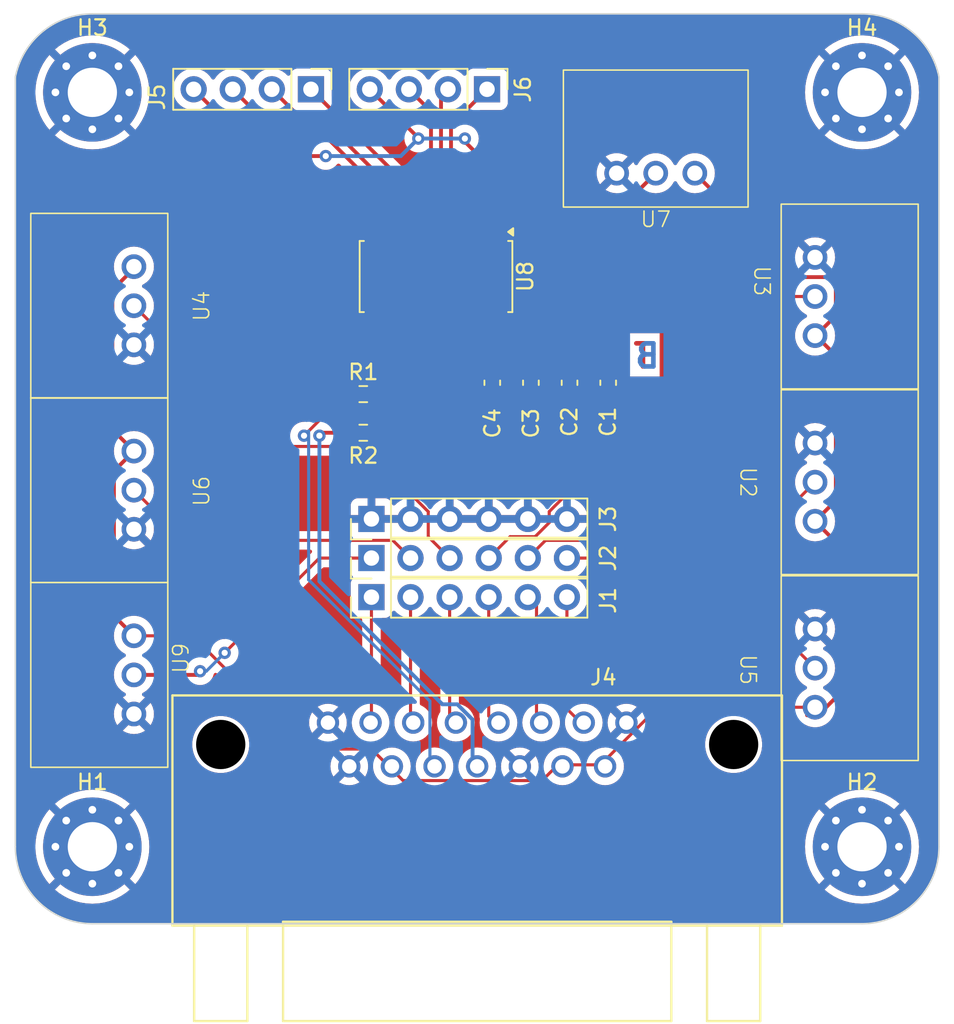
<source format=kicad_pcb>
(kicad_pcb (version 20240108) (generator "pcbnew") (generator_version "8.0")
  (layers (0 "F.Cu" signal) (31 "B.Cu" signal) (34 "B.Paste" user) (35 "F.Paste" user) (36 "B.SilkS" user "B.Silkscreen") (37 "F.SilkS" user "F.Silkscreen") (38 "B.Mask" user) (39 "F.Mask" user) (44 "Edge.Cuts" user))
  (net 0 "")
  (net 1 "GND")
  (net 2 "PWM_TIM1_CH1")
  (net 3 "I2C_SCL")
  (net 4 "+12V")
  (net 5 "I2C_SDA")
  (net 6 "Net-(U8-SCL)")
  (net 7 "Net-(U8-SDA)")
  (net 8 "LED1")
  (net 11 "LED2")
  (net 13 "LED4")
  (net 15 "LED5")
  (net 16 "LED3")
  (net 21 "LED0")
  (net 25 "+5V")
  (net 26 "PWM_TIM1_CH3")
  (net 27 "PWM_TIM2_CH1")
  (net 28 "PWM_TIM2_CH2")
  (net 29 "PWM_TIM1_CH2")
  (net 30 "PWM_TIM1_CH4")
  (net 31 "Net-(J2-Pin_2)")
  (net 32 "Net-(J2-Pin_4)")
  (net 33 "Net-(J2-Pin_3)")
  (net 34 "Net-(J2-Pin_5)")
  (net 35 "Net-(J2-Pin_1)")
  (net 36 "Net-(J2-Pin_6)")
  (footprint "libs:173010542" (layer "F.Cu") (at 121.95 104.26 -90)
    (property "Reference" "U3" (at -1.01 3.45 -90) (layer "F.SilkS") (effects (font (thickness 0.1))))
    (property "Value" "~")
    (fp_rect (start -6 -6.7) (end 6 2.2) (stroke (width 0.1)) (fill none) (layer "F.SilkS"))
    (pad "1" thru_hole circle (at -2.54 0 270) (size 1.6 1.6) (drill 1) (layers "*.Cu" "*.Mask") (net 1 "GND"))
    (pad "2" thru_hole circle (at 0 0 270) (size 1.6 1.6) (drill 1) (layers "*.Cu" "*.Mask") (net 32 "Net-(J2-Pin_4)"))
    (pad "3" thru_hole circle (at 2.54 0 270) (size 1.6 1.6) (drill 1) (layers "*.Cu" "*.Mask") (net 4 "+12V"))
  )
  (footprint "libs:CONN15_31321_WRE" (layer "F.Cu") (at 100 145 180)
    (property "Reference" "J4" (at -8.2 16 0) (layer "F.SilkS"))
    (property "Value" "Conn_01x15")
    (fp_line (start 19.7993 14.827) (end 19.7993 -0.127) (stroke (width 0.1524)) (layer "F.SilkS"))
    (fp_line (start 19.7993 -0.127) (end -19.7993 -0.127) (stroke (width 0.1524)) (layer "F.SilkS"))
    (fp_line (start 18.3872 -6.3246) (end 18.3872 -0.127) (stroke (width 0.1524)) (layer "F.SilkS"))
    (fp_line (start 14.9328 -0.127) (end 14.9328 -6.3246) (stroke (width 0.1524)) (layer "F.SilkS"))
    (fp_line (start 14.9328 -6.3246) (end 18.3872 -6.3246) (stroke (width 0.1524)) (layer "F.SilkS"))
    (fp_line (start 12.6111 0.127) (end 12.6111 -6.3246) (stroke (width 0.1524)) (layer "F.SilkS"))
    (fp_line (start 12.6111 -6.3246) (end -12.6111 -6.3246) (stroke (width 0.1524)) (layer "F.SilkS"))
    (fp_line (start -12.6111 0.127) (end 12.6111 0.127) (stroke (width 0.1524)) (layer "F.SilkS"))
    (fp_line (start -12.6111 -6.3246) (end -12.6111 0.127) (stroke (width 0.1524)) (layer "F.SilkS"))
    (fp_line (start -14.9328 -6.3246) (end -14.9328 -0.127) (stroke (width 0.1524)) (layer "F.SilkS"))
    (fp_line (start -18.3872 -0.127) (end -18.3872 -6.3246) (stroke (width 0.1524)) (layer "F.SilkS"))
    (fp_line (start -18.3872 -6.3246) (end -14.9328 -6.3246) (stroke (width 0.1524)) (layer "F.SilkS"))
    (fp_line (start -19.7993 14.827) (end 19.7993 14.827) (stroke (width 0.1524)) (layer "F.SilkS"))
    (fp_line (start -19.7993 -0.127) (end -19.7993 14.827) (stroke (width 0.1524)) (layer "F.SilkS"))
    (pad "" np_thru_hole circle (at -16.66 11.64 180) (size 3.2004 3.2004) (drill 3.2004) (layers))
    (pad "" np_thru_hole circle (at 16.66 11.64 180) (size 3.2004 3.2004) (drill 3.2004) (layers))
    (pad "1" thru_hole circle (at -9.694997 13.060007 180) (size 1.4478 1.4478) (drill 0.9398) (layers "*.Cu" "*.Mask") (net 1 "GND"))
    (pad "2" thru_hole circle (at -6.924998 13.060007 180) (size 1.4478 1.4478) (drill 0.9398) (layers "*.Cu" "*.Mask") (net 2 "PWM_TIM1_CH1"))
    (pad "3" thru_hole circle (at -4.154998 13.060007 180) (size 1.4478 1.4478) (drill 0.9398) (layers "*.Cu" "*.Mask") (net 29 "PWM_TIM1_CH2"))
    (pad "4" thru_hole circle (at -1.384998 13.060007 180) (size 1.4478 1.4478) (drill 0.9398) (layers "*.Cu" "*.Mask") (net 26 "PWM_TIM1_CH3"))
    (pad "5" thru_hole circle (at 1.385001 13.060007 180) (size 1.4478 1.4478) (drill 0.9398) (layers "*.Cu" "*.Mask") (net 30 "PWM_TIM1_CH4"))
    (pad "6" thru_hole circle (at 4.155001 13.060007 180) (size 1.4478 1.4478) (drill 0.9398) (layers "*.Cu" "*.Mask") (net 27 "PWM_TIM2_CH1"))
    (pad "7" thru_hole circle (at 6.925 13.060007 180) (size 1.4478 1.4478) (drill 0.9398) (layers "*.Cu" "*.Mask") (net 28 "PWM_TIM2_CH2"))
    (pad "8" thru_hole circle (at 9.695 13.060007 180) (size 1.4478 1.4478) (drill 0.9398) (layers "*.Cu" "*.Mask") (net 1 "GND"))
    (pad "9" thru_hole circle (at -8.309999 10.220008 180) (size 1.4478 1.4478) (drill 0.9398) (layers "*.Cu" "*.Mask") (net 4 "+12V"))
    (pad "10" thru_hole circle (at -5.539999 10.220008 180) (size 1.4478 1.4478) (drill 0.9398) (layers "*.Cu" "*.Mask") (net 4 "+12V"))
    (pad "11" thru_hole circle (at -2.77 10.220008 180) (size 1.4478 1.4478) (drill 0.9398) (layers "*.Cu" "*.Mask") (net 1 "GND"))
    (pad "12" thru_hole circle (at 0 10.220008 180) (size 1.4478 1.4478) (drill 0.9398) (layers "*.Cu" "*.Mask") (net 5 "I2C_SDA"))
    (pad "13" thru_hole circle (at 2.77 10.220008 180) (size 1.4478 1.4478) (drill 0.9398) (layers "*.Cu" "*.Mask") (net 3 "I2C_SCL"))
    (pad "14" thru_hole circle (at 5.539999 10.220008 180) (size 1.4478 1.4478) (drill 0.9398) (layers "*.Cu" "*.Mask") (net 4 "+12V"))
    (pad "15" thru_hole circle (at 8.309999 10.220008 180) (size 1.4478 1.4478) (drill 0.9398) (layers "*.Cu" "*.Mask") (net 1 "GND"))
  )
  (footprint "libs:173010542" (layer "F.Cu") (at 77.7 116.84 90)
    (property "Reference" "U6" (at -0.06 4.4 90) (layer "F.SilkS") (effects (font (thickness 0.1))))
    (property "Value" "~")
    (fp_rect (start -6 -6.7) (end 6 2.2) (stroke (width 0.1)) (fill none) (layer "F.SilkS"))
    (pad "1" thru_hole circle (at -2.54 0 90) (size 1.6 1.6) (drill 1) (layers "*.Cu" "*.Mask") (net 1 "GND"))
    (pad "2" thru_hole circle (at 0 0 90) (size 1.6 1.6) (drill 1) (layers "*.Cu" "*.Mask") (net 31 "Net-(J2-Pin_2)"))
    (pad "3" thru_hole circle (at 2.54 0 90) (size 1.6 1.6) (drill 1) (layers "*.Cu" "*.Mask") (net 4 "+12V"))
  )
  (footprint "Connector_PinHeader_2.54mm:PinHeader_1x04_P2.54mm_Vertical" (layer "F.Cu") (at 89.2 90.8 -90)
    (property "Reference" "J5" (at 0.5 10 90) (layer "F.SilkS"))
    (property "Value" "Conn_01x04")
    (fp_line (start -1.33 8.95) (end 1.33 8.95) (stroke (width 0.12)) (layer "F.SilkS"))
    (fp_line (start -1.33 1.27) (end -1.33 8.95) (stroke (width 0.12)) (layer "F.SilkS"))
    (fp_line (start -1.33 1.27) (end 1.33 1.27) (stroke (width 0.12)) (layer "F.SilkS"))
    (fp_line (start 1.33 1.27) (end 1.33 8.95) (stroke (width 0.12)) (layer "F.SilkS"))
    (fp_line (start -1.33 0) (end -1.33 -1.33) (stroke (width 0.12)) (layer "F.SilkS"))
    (fp_line (start -1.33 -1.33) (end 0 -1.33) (stroke (width 0.12)) (layer "F.SilkS"))
    (pad "1" thru_hole rect (at 0 0 270) (size 1.7 1.7) (drill 1) (layers "*.Cu" "*.Mask") (net 16 "LED3"))
    (pad "2" thru_hole oval (at 0 2.54 270) (size 1.7 1.7) (drill 1) (layers "*.Cu" "*.Mask") (net 13 "LED4"))
    (pad "3" thru_hole oval (at 0 5.08 270) (size 1.7 1.7) (drill 1) (layers "*.Cu" "*.Mask") (net 15 "LED5"))
    (pad "4" thru_hole oval (at 0 7.62 270) (size 1.7 1.7) (drill 1) (layers "*.Cu" "*.Mask") (net 25 "+5V"))
  )
  (footprint "MountingHole:MountingHole_3.2mm_M3_Pad_Via" (layer "F.Cu") (at 75 91)
    (property "Reference" "H3" (at 0 -4.2 0) (layer "F.SilkS"))
    (property "Value" "MountingHole_Pad")
    (pad "1" thru_hole circle (at -2.4 0) (size 0.8 0.8) (drill 0.5) (layers "*.Cu" "*.Mask") (net 1 "GND"))
    (pad "1" thru_hole circle (at -1.697056 -1.697056) (size 0.8 0.8) (drill 0.5) (layers "*.Cu" "*.Mask") (net 1 "GND"))
    (pad "1" thru_hole circle (at -1.697056 1.697056) (size 0.8 0.8) (drill 0.5) (layers "*.Cu" "*.Mask") (net 1 "GND"))
    (pad "1" thru_hole circle (at 0 -2.4) (size 0.8 0.8) (drill 0.5) (layers "*.Cu" "*.Mask") (net 1 "GND"))
    (pad "1" thru_hole circle (at 0 0) (size 6.4 6.4) (drill 3.2) (layers "*.Cu" "*.Mask") (net 1 "GND"))
    (pad "1" thru_hole circle (at 0 2.4) (size 0.8 0.8) (drill 0.5) (layers "*.Cu" "*.Mask") (net 1 "GND"))
    (pad "1" thru_hole circle (at 1.697056 -1.697056) (size 0.8 0.8) (drill 0.5) (layers "*.Cu" "*.Mask") (net 1 "GND"))
    (pad "1" thru_hole circle (at 1.697056 1.697056) (size 0.8 0.8) (drill 0.5) (layers "*.Cu" "*.Mask") (net 1 "GND"))
    (pad "1" thru_hole circle (at 2.4 0) (size 0.8 0.8) (drill 0.5) (layers "*.Cu" "*.Mask") (net 1 "GND"))
  )
  (footprint "libs:173010542" (layer "F.Cu") (at 77.7 128.84 90)
    (property "Reference" "U9" (at 1.09 3.05 90) (layer "F.SilkS") (effects (font (thickness 0.1))))
    (property "Value" "~")
    (fp_rect (start -6 -6.7) (end 6 2.2) (stroke (width 0.1)) (fill none) (layer "F.SilkS"))
    (pad "1" thru_hole circle (at -2.54 0 90) (size 1.6 1.6) (drill 1) (layers "*.Cu" "*.Mask") (net 1 "GND"))
    (pad "2" thru_hole circle (at 0 0 90) (size 1.6 1.6) (drill 1) (layers "*.Cu" "*.Mask") (net 35 "Net-(J2-Pin_1)"))
    (pad "3" thru_hole circle (at 2.54 0 90) (size 1.6 1.6) (drill 1) (layers "*.Cu" "*.Mask") (net 4 "+12V"))
  )
  (footprint "Resistor_SMD:R_0603_1608Metric_Pad0.98x0.95mm_HandSolder" (layer "F.Cu") (at 92.6 113.11)
    (property "Reference" "R2" (at 0 1.49 0) (layer "F.SilkS"))
    (property "Value" "115")
    (fp_line (start -0.254724 -0.5225) (end 0.254724 -0.5225) (stroke (width 0.12)) (layer "F.SilkS"))
    (fp_line (start -0.254724 0.5225) (end 0.254724 0.5225) (stroke (width 0.12)) (layer "F.SilkS"))
    (pad "1" smd roundrect (at -0.9125 0) (size 0.975 0.95) (layers "F.Cu" "F.Paste" "F.Mask") (net 5 "I2C_SDA"))
    (pad "2" smd roundrect (at 0.9125 0) (size 0.975 0.95) (layers "F.Cu" "F.Paste" "F.Mask") (net 7 "Net-(U8-SDA)"))
  )
  (footprint "Capacitor_SMD:C_0603_1608Metric_Pad1.08x0.95mm_HandSolder" (layer "F.Cu") (at 108.51 109.8625 -90)
    (property "Reference" "C1" (at 2.5375 0.02 90) (layer "F.SilkS"))
    (property "Value" "10u")
    (fp_line (start -0.146267 0.51) (end 0.146267 0.51) (stroke (width 0.12)) (layer "F.SilkS"))
    (fp_line (start -0.146267 -0.51) (end 0.146267 -0.51) (stroke (width 0.12)) (layer "F.SilkS"))
    (pad "1" smd roundrect (at -0.8625 0 270) (size 1.075 0.95) (layers "F.Cu" "F.Paste" "F.Mask") (net 25 "+5V"))
    (pad "2" smd roundrect (at 0.8625 0 270) (size 1.075 0.95) (layers "F.Cu" "F.Paste" "F.Mask") (net 1 "GND"))
  )
  (footprint "Connector_PinHeader_2.54mm:PinHeader_1x06_P2.54mm_Vertical" (layer "F.Cu") (at 93.13 121.25 90)
    (property "Reference" "J2" (at 0 15.37 270) (layer "F.SilkS"))
    (property "Value" "Conn_01x06")
    (fp_line (start -1.33 -1.33) (end 0 -1.33) (stroke (width 0.12)) (layer "F.SilkS"))
    (fp_line (start -1.33 0) (end -1.33 -1.33) (stroke (width 0.12)) (layer "F.SilkS"))
    (fp_line (start 1.33 1.27) (end 1.33 14.03) (stroke (width 0.12)) (layer "F.SilkS"))
    (fp_line (start -1.33 1.27) (end 1.33 1.27) (stroke (width 0.12)) (layer "F.SilkS"))
    (fp_line (start -1.33 1.27) (end -1.33 14.03) (stroke (width 0.12)) (layer "F.SilkS"))
    (fp_line (start -1.33 14.03) (end 1.33 14.03) (stroke (width 0.12)) (layer "F.SilkS"))
    (pad "1" thru_hole rect (at 0 0 90) (size 1.7 1.7) (drill 1) (layers "*.Cu" "*.Mask") (net 35 "Net-(J2-Pin_1)"))
    (pad "2" thru_hole oval (at 0 2.54 90) (size 1.7 1.7) (drill 1) (layers "*.Cu" "*.Mask") (net 31 "Net-(J2-Pin_2)"))
    (pad "3" thru_hole oval (at 0 5.08 90) (size 1.7 1.7) (drill 1) (layers "*.Cu" "*.Mask") (net 33 "Net-(J2-Pin_3)"))
    (pad "4" thru_hole oval (at 0 7.62 90) (size 1.7 1.7) (drill 1) (layers "*.Cu" "*.Mask") (net 32 "Net-(J2-Pin_4)"))
    (pad "5" thru_hole oval (at 0 10.16 90) (size 1.7 1.7) (drill 1) (layers "*.Cu" "*.Mask") (net 34 "Net-(J2-Pin_5)"))
    (pad "6" thru_hole oval (at 0 12.7 90) (size 1.7 1.7) (drill 1) (layers "*.Cu" "*.Mask") (net 36 "Net-(J2-Pin_6)"))
  )
  (footprint "Package_SO:TSSOP-28_4.4x9.7mm_P0.65mm" (layer "F.Cu") (at 97.325 102.9625 -90)
    (property "Reference" "U8" (at 0 -5.8 90) (layer "F.SilkS"))
    (property "Value" "PCA9685PW")
    (fp_line (start -2.31 4.96) (end -2.31 4.685) (stroke (width 0.12)) (layer "F.SilkS"))
    (fp_line (start 0 4.96) (end -2.31 4.96) (stroke (width 0.12)) (layer "F.SilkS"))
    (fp_line (start 0 4.96) (end 2.31 4.96) (stroke (width 0.12)) (layer "F.SilkS"))
    (fp_line (start 2.31 4.96) (end 2.31 4.685) (stroke (width 0.12)) (layer "F.SilkS"))
    (fp_line (start -2.31 -4.96) (end -2.31 -4.685) (stroke (width 0.12)) (layer "F.SilkS"))
    (fp_line (start 0 -4.96) (end -2.31 -4.96) (stroke (width 0.12)) (layer "F.SilkS"))
    (fp_line (start 0 -4.96) (end 2.31 -4.96) (stroke (width 0.12)) (layer "F.SilkS"))
    (fp_line (start 2.31 -4.96) (end 2.31 -4.685) (stroke (width 0.12)) (layer "F.SilkS"))
    (fp_poly (pts (xy -2.9 -4.685) (xy -3.14 -5.015) (xy -2.66 -5.015) (xy -2.9 -4.685)) (stroke (width 0.12)) (fill solid) (layer "F.SilkS"))
    (pad "1" smd roundrect (at -2.8625 -4.225 270) (size 1.475 0.4) (layers "F.Cu" "F.Paste" "F.Mask") (net 1 "GND"))
    (pad "2" smd roundrect (at -2.8625 -3.575 270) (size 1.475 0.4) (layers "F.Cu" "F.Paste" "F.Mask") (net 1 "GND"))
    (pad "3" smd roundrect (at -2.8625 -2.925 270) (size 1.475 0.4) (layers "F.Cu" "F.Paste" "F.Mask") (net 1 "GND"))
    (pad "4" smd roundrect (at -2.8625 -2.275 270) (size 1.475 0.4) (layers "F.Cu" "F.Paste" "F.Mask") (net 1 "GND"))
    (pad "5" smd roundrect (at -2.8625 -1.625 270) (size 1.475 0.4) (layers "F.Cu" "F.Paste" "F.Mask") (net 1 "GND"))
    (pad "6" smd roundrect (at -2.8625 -0.975 270) (size 1.475 0.4) (layers "F.Cu" "F.Paste" "F.Mask") (net 21 "LED0"))
    (pad "7" smd roundrect (at -2.8625 -0.325 270) (size 1.475 0.4) (layers "F.Cu" "F.Paste" "F.Mask") (net 8 "LED1"))
    (pad "8" smd roundrect (at -2.8625 0.325 270) (size 1.475 0.4) (layers "F.Cu" "F.Paste" "F.Mask") (net 11 "LED2"))
    (pad "9" smd roundrect (at -2.8625 0.975 270) (size 1.475 0.4) (layers "F.Cu" "F.Paste" "F.Mask") (net 16 "LED3"))
    (pad "10" smd roundrect (at -2.8625 1.625 270) (size 1.475 0.4) (layers "F.Cu" "F.Paste" "F.Mask") (net 13 "LED4"))
    (pad "11" smd roundrect (at -2.8625 2.275 270) (size 1.475 0.4) (layers "F.Cu" "F.Paste" "F.Mask") (net 15 "LED5"))
    (pad "12" smd roundrect (at -2.8625 2.925 270) (size 1.475 0.4) (layers "F.Cu" "F.Paste" "F.Mask"))
    (pad "13" smd roundrect (at -2.8625 3.575 270) (size 1.475 0.4) (layers "F.Cu" "F.Paste" "F.Mask"))
    (pad "14" smd roundrect (at -2.8625 4.225 270) (size 1.475 0.4) (layers "F.Cu" "F.Paste" "F.Mask") (net 1 "GND"))
    (pad "15" smd roundrect (at 2.8625 4.225 270) (size 1.475 0.4) (layers "F.Cu" "F.Paste" "F.Mask"))
    (pad "16" smd roundrect (at 2.8625 3.575 270) (size 1.475 0.4) (layers "F.Cu" "F.Paste" "F.Mask"))
    (pad "17" smd roundrect (at 2.8625 2.925 270) (size 1.475 0.4) (layers "F.Cu" "F.Paste" "F.Mask"))
    (pad "18" smd roundrect (at 2.8625 2.275 270) (size 1.475 0.4) (layers "F.Cu" "F.Paste" "F.Mask"))
    (pad "19" smd roundrect (at 2.8625 1.625 270) (size 1.475 0.4) (layers "F.Cu" "F.Paste" "F.Mask"))
    (pad "20" smd roundrect (at 2.8625 0.975 270) (size 1.475 0.4) (layers "F.Cu" "F.Paste" "F.Mask"))
    (pad "21" smd roundrect (at 2.8625 0.325 270) (size 1.475 0.4) (layers "F.Cu" "F.Paste" "F.Mask"))
    (pad "22" smd roundrect (at 2.8625 -0.325 270) (size 1.475 0.4) (layers "F.Cu" "F.Paste" "F.Mask"))
    (pad "23" smd roundrect (at 2.8625 -0.975 270) (size 1.475 0.4) (layers "F.Cu" "F.Paste" "F.Mask"))
    (pad "24" smd roundrect (at 2.8625 -1.625 270) (size 1.475 0.4) (layers "F.Cu" "F.Paste" "F.Mask") (net 1 "GND"))
    (pad "25" smd roundrect (at 2.8625 -2.275 270) (size 1.475 0.4) (layers "F.Cu" "F.Paste" "F.Mask"))
    (pad "26" smd roundrect (at 2.8625 -2.925 270) (size 1.475 0.4) (layers "F.Cu" "F.Paste" "F.Mask") (net 6 "Net-(U8-SCL)"))
    (pad "27" smd roundrect (at 2.8625 -3.575 270) (size 1.475 0.4) (layers "F.Cu" "F.Paste" "F.Mask") (net 7 "Net-(U8-SDA)"))
    (pad "28" smd roundrect (at 2.8625 -4.225 270) (size 1.475 0.4) (layers "F.Cu" "F.Paste" "F.Mask") (net 25 "+5V"))
  )
  (footprint "MountingHole:MountingHole_3.2mm_M3_Pad_Via" (layer "F.Cu") (at 125 140)
    (property "Reference" "H2" (at 0 -4.2 0) (layer "F.SilkS"))
    (property "Value" "MountingHole_Pad")
    (pad "1" thru_hole circle (at -2.4 0) (size 0.8 0.8) (drill 0.5) (layers "*.Cu" "*.Mask") (net 1 "GND"))
    (pad "1" thru_hole circle (at -1.697056 -1.697056) (size 0.8 0.8) (drill 0.5) (layers "*.Cu" "*.Mask") (net 1 "GND"))
    (pad "1" thru_hole circle (at -1.697056 1.697056) (size 0.8 0.8) (drill 0.5) (layers "*.Cu" "*.Mask") (net 1 "GND"))
    (pad "1" thru_hole circle (at 0 -2.4) (size 0.8 0.8) (drill 0.5) (layers "*.Cu" "*.Mask") (net 1 "GND"))
    (pad "1" thru_hole circle (at 0 0) (size 6.4 6.4) (drill 3.2) (layers "*.Cu" "*.Mask") (net 1 "GND"))
    (pad "1" thru_hole circle (at 0 2.4) (size 0.8 0.8) (drill 0.5) (layers "*.Cu" "*.Mask") (net 1 "GND"))
    (pad "1" thru_hole circle (at 1.697056 -1.697056) (size 0.8 0.8) (drill 0.5) (layers "*.Cu" "*.Mask") (net 1 "GND"))
    (pad "1" thru_hole circle (at 1.697056 1.697056) (size 0.8 0.8) (drill 0.5) (layers "*.Cu" "*.Mask") (net 1 "GND"))
    (pad "1" thru_hole circle (at 2.4 0) (size 0.8 0.8) (drill 0.5) (layers "*.Cu" "*.Mask") (net 1 "GND"))
  )
  (footprint "libs:173010542" (layer "F.Cu") (at 121.95 128.4 -90)
    (property "Reference" "U5" (at 0.1 4.35 -90) (layer "F.SilkS") (effects (font (thickness 0.1))))
    (property "Value" "~")
    (fp_rect (start -6 -6.7) (end 6 2.2) (stroke (width 0.1)) (fill none) (layer "F.SilkS"))
    (pad "1" thru_hole circle (at -2.54 0 270) (size 1.6 1.6) (drill 1) (layers "*.Cu" "*.Mask") (net 1 "GND"))
    (pad "2" thru_hole circle (at 0 0 270) (size 1.6 1.6) (drill 1) (layers "*.Cu" "*.Mask") (net 36 "Net-(J2-Pin_6)"))
    (pad "3" thru_hole circle (at 2.54 0 270) (size 1.6 1.6) (drill 1) (layers "*.Cu" "*.Mask") (net 4 "+12V"))
  )
  (footprint "MountingHole:MountingHole_3.2mm_M3_Pad_Via" (layer "F.Cu") (at 75 140)
    (property "Reference" "H1" (at 0 -4.2 0) (layer "F.SilkS"))
    (property "Value" "MountingHole_Pad")
    (pad "1" thru_hole circle (at -2.4 0) (size 0.8 0.8) (drill 0.5) (layers "*.Cu" "*.Mask") (net 1 "GND"))
    (pad "1" thru_hole circle (at -1.697056 -1.697056) (size 0.8 0.8) (drill 0.5) (layers "*.Cu" "*.Mask") (net 1 "GND"))
    (pad "1" thru_hole circle (at -1.697056 1.697056) (size 0.8 0.8) (drill 0.5) (layers "*.Cu" "*.Mask") (net 1 "GND"))
    (pad "1" thru_hole circle (at 0 -2.4) (size 0.8 0.8) (drill 0.5) (layers "*.Cu" "*.Mask") (net 1 "GND"))
    (pad "1" thru_hole circle (at 0 0) (size 6.4 6.4) (drill 3.2) (layers "*.Cu" "*.Mask") (net 1 "GND"))
    (pad "1" thru_hole circle (at 0 2.4) (size 0.8 0.8) (drill 0.5) (layers "*.Cu" "*.Mask") (net 1 "GND"))
    (pad "1" thru_hole circle (at 1.697056 -1.697056) (size 0.8 0.8) (drill 0.5) (layers "*.Cu" "*.Mask") (net 1 "GND"))
    (pad "1" thru_hole circle (at 1.697056 1.697056) (size 0.8 0.8) (drill 0.5) (layers "*.Cu" "*.Mask") (net 1 "GND"))
    (pad "1" thru_hole circle (at 2.4 0) (size 0.8 0.8) (drill 0.5) (layers "*.Cu" "*.Mask") (net 1 "GND"))
  )
  (footprint "MountingHole:MountingHole_3.2mm_M3_Pad_Via" (layer "F.Cu") (at 125 91)
    (property "Reference" "H4" (at 0 -4.2 0) (layer "F.SilkS"))
    (property "Value" "MountingHole_Pad")
    (pad "1" thru_hole circle (at -2.4 0) (size 0.8 0.8) (drill 0.5) (layers "*.Cu" "*.Mask") (net 1 "GND"))
    (pad "1" thru_hole circle (at -1.697056 -1.697056) (size 0.8 0.8) (drill 0.5) (layers "*.Cu" "*.Mask") (net 1 "GND"))
    (pad "1" thru_hole circle (at -1.697056 1.697056) (size 0.8 0.8) (drill 0.5) (layers "*.Cu" "*.Mask") (net 1 "GND"))
    (pad "1" thru_hole circle (at 0 -2.4) (size 0.8 0.8) (drill 0.5) (layers "*.Cu" "*.Mask") (net 1 "GND"))
    (pad "1" thru_hole circle (at 0 0) (size 6.4 6.4) (drill 3.2) (layers "*.Cu" "*.Mask") (net 1 "GND"))
    (pad "1" thru_hole circle (at 0 2.4) (size 0.8 0.8) (drill 0.5) (layers "*.Cu" "*.Mask") (net 1 "GND"))
    (pad "1" thru_hole circle (at 1.697056 -1.697056) (size 0.8 0.8) (drill 0.5) (layers "*.Cu" "*.Mask") (net 1 "GND"))
    (pad "1" thru_hole circle (at 1.697056 1.697056) (size 0.8 0.8) (drill 0.5) (layers "*.Cu" "*.Mask") (net 1 "GND"))
    (pad "1" thru_hole circle (at 2.4 0) (size 0.8 0.8) (drill 0.5) (layers "*.Cu" "*.Mask") (net 1 "GND"))
  )
  (footprint "Capacitor_SMD:C_0603_1608Metric_Pad1.08x0.95mm_HandSolder" (layer "F.Cu") (at 103.49 109.8625 -90)
    (property "Reference" "C3" (at 2.6375 0 90) (layer "F.SilkS"))
    (property "Value" "100n")
    (fp_line (start -0.146267 0.51) (end 0.146267 0.51) (stroke (width 0.12)) (layer "F.SilkS"))
    (fp_line (start -0.146267 -0.51) (end 0.146267 -0.51) (stroke (width 0.12)) (layer "F.SilkS"))
    (pad "1" smd roundrect (at -0.8625 0 270) (size 1.075 0.95) (layers "F.Cu" "F.Paste" "F.Mask") (net 25 "+5V"))
    (pad "2" smd roundrect (at 0.8625 0 270) (size 1.075 0.95) (layers "F.Cu" "F.Paste" "F.Mask") (net 1 "GND"))
  )
  (footprint "Capacitor_SMD:C_0603_1608Metric_Pad1.08x0.95mm_HandSolder" (layer "F.Cu") (at 100.98 109.8625 -90)
    (property "Reference" "C4" (at 2.6375 -0.01 90) (layer "F.SilkS"))
    (property "Value" "10u")
    (fp_line (start -0.146267 0.51) (end 0.146267 0.51) (stroke (width 0.12)) (layer "F.SilkS"))
    (fp_line (start -0.146267 -0.51) (end 0.146267 -0.51) (stroke (width 0.12)) (layer "F.SilkS"))
    (pad "1" smd roundrect (at -0.8625 0 270) (size 1.075 0.95) (layers "F.Cu" "F.Paste" "F.Mask") (net 25 "+5V"))
    (pad "2" smd roundrect (at 0.8625 0 270) (size 1.075 0.95) (layers "F.Cu" "F.Paste" "F.Mask") (net 1 "GND"))
  )
  (footprint "Capacitor_SMD:C_0603_1608Metric_Pad1.08x0.95mm_HandSolder" (layer "F.Cu") (at 106 109.8625 -90)
    (property "Reference" "C2" (at 2.5375 0.01 90) (layer "F.SilkS"))
    (property "Value" "100n")
    (fp_line (start -0.146267 0.51) (end 0.146267 0.51) (stroke (width 0.12)) (layer "F.SilkS"))
    (fp_line (start -0.146267 -0.51) (end 0.146267 -0.51) (stroke (width 0.12)) (layer "F.SilkS"))
    (pad "1" smd roundrect (at -0.8625 0 270) (size 1.075 0.95) (layers "F.Cu" "F.Paste" "F.Mask") (net 25 "+5V"))
    (pad "2" smd roundrect (at 0.8625 0 270) (size 1.075 0.95) (layers "F.Cu" "F.Paste" "F.Mask") (net 1 "GND"))
  )
  (footprint "libs:173010542" (layer "F.Cu") (at 111.6 96.25)
    (property "Reference" "U7" (at 0 3 0) (layer "F.SilkS") (effects (font (thickness 0.1))))
    (property "Value" "~" (hide yes))
    (fp_rect (start -6 -6.7) (end 6 2.2) (stroke (width 0.1)) (fill none) (layer "F.SilkS"))
    (pad "1" thru_hole circle (at -2.54 0) (size 1.6 1.6) (drill 1) (layers "*.Cu" "*.Mask") (net 1 "GND"))
    (pad "2" thru_hole circle (at 0 0) (size 1.6 1.6) (drill 1) (layers "*.Cu" "*.Mask") (net 25 "+5V"))
    (pad "3" thru_hole circle (at 2.54 0) (size 1.6 1.6) (drill 1) (layers "*.Cu" "*.Mask") (net 4 "+12V"))
  )
  (footprint "libs:173010542" (layer "F.Cu") (at 77.7 104.86 90)
    (property "Reference" "U4" (at -0.02 4.4 90) (layer "F.SilkS") (effects (font (thickness 0.1))))
    (property "Value" "~")
    (fp_rect (start -6 -6.7) (end 6 2.2) (stroke (width 0.1)) (fill none) (layer "F.SilkS"))
    (pad "1" thru_hole circle (at -2.54 0 90) (size 1.6 1.6) (drill 1) (layers "*.Cu" "*.Mask") (net 1 "GND"))
    (pad "2" thru_hole circle (at 0 0 90) (size 1.6 1.6) (drill 1) (layers "*.Cu" "*.Mask") (net 33 "Net-(J2-Pin_3)"))
    (pad "3" thru_hole circle (at 2.54 0 90) (size 1.6 1.6) (drill 1) (layers "*.Cu" "*.Mask") (net 4 "+12V"))
  )
  (footprint "Resistor_SMD:R_0603_1608Metric_Pad0.98x0.95mm_HandSolder" (layer "F.Cu") (at 92.6 110.6)
    (property "Reference" "R1" (at 0 -1.43 0) (layer "F.SilkS"))
    (property "Value" "115")
    (fp_line (start -0.254724 -0.5225) (end 0.254724 -0.5225) (stroke (width 0.12)) (layer "F.SilkS"))
    (fp_line (start -0.254724 0.5225) (end 0.254724 0.5225) (stroke (width 0.12)) (layer "F.SilkS"))
    (pad "1" smd roundrect (at -0.9125 0) (size 0.975 0.95) (layers "F.Cu" "F.Paste" "F.Mask") (net 3 "I2C_SCL"))
    (pad "2" smd roundrect (at 0.9125 0) (size 0.975 0.95) (layers "F.Cu" "F.Paste" "F.Mask") (net 6 "Net-(U8-SCL)"))
  )
  (footprint "Connector_PinHeader_2.54mm:PinHeader_1x04_P2.54mm_Vertical" (layer "F.Cu") (at 100.64 90.8 -90)
    (property "Reference" "J6" (at 0 -2.33 90) (layer "F.SilkS"))
    (property "Value" "Conn_01x04")
    (fp_line (start -1.33 8.95) (end 1.33 8.95) (stroke (width 0.12)) (layer "F.SilkS"))
    (fp_line (start -1.33 1.27) (end -1.33 8.95) (stroke (width 0.12)) (layer "F.SilkS"))
    (fp_line (start -1.33 1.27) (end 1.33 1.27) (stroke (width 0.12)) (layer "F.SilkS"))
    (fp_line (start 1.33 1.27) (end 1.33 8.95) (stroke (width 0.12)) (layer "F.SilkS"))
    (fp_line (start -1.33 0) (end -1.33 -1.33) (stroke (width 0.12)) (layer "F.SilkS"))
    (fp_line (start -1.33 -1.33) (end 0 -1.33) (stroke (width 0.12)) (layer "F.SilkS"))
    (pad "1" thru_hole rect (at 0 0 270) (size 1.7 1.7) (drill 1) (layers "*.Cu" "*.Mask") (net 21 "LED0"))
    (pad "2" thru_hole oval (at 0 2.54 270) (size 1.7 1.7) (drill 1) (layers "*.Cu" "*.Mask") (net 8 "LED1"))
    (pad "3" thru_hole oval (at 0 5.08 270) (size 1.7 1.7) (drill 1) (layers "*.Cu" "*.Mask") (net 11 "LED2"))
    (pad "4" thru_hole oval (at 0 7.62 270) (size 1.7 1.7) (drill 1) (layers "*.Cu" "*.Mask") (net 25 "+5V"))
  )
  (footprint "libs:173010542" (layer "F.Cu") (at 121.95 116.32 -90)
    (property "Reference" "U2" (at 0 4.35 -90) (layer "F.SilkS") (effects (font (thickness 0.1))))
    (property "Value" "~")
    (fp_rect (start -6 -6.7) (end 6 2.2) (stroke (width 0.1)) (fill none) (layer "F.SilkS"))
    (pad "1" thru_hole circle (at -2.54 0 270) (size 1.6 1.6) (drill 1) (layers "*.Cu" "*.Mask") (net 1 "GND"))
    (pad "2" thru_hole circle (at 0 0 270) (size 1.6 1.6) (drill 1) (layers "*.Cu" "*.Mask") (net 34 "Net-(J2-Pin_5)"))
    (pad "3" thru_hole circle (at 2.54 0 270) (size 1.6 1.6) (drill 1) (layers "*.Cu" "*.Mask") (net 4 "+12V"))
  )
  (footprint "Connector_PinHeader_2.54mm:PinHeader_1x06_P2.54mm_Vertical" (layer "F.Cu") (at 93.13 118.71 90)
    (property "Reference" "J3" (at 0 15.37 270) (layer "F.SilkS"))
    (property "Value" "Conn_01x06")
    (fp_line (start -1.33 -1.33) (end 0 -1.33) (stroke (width 0.12)) (layer "F.SilkS"))
    (fp_line (start -1.33 0) (end -1.33 -1.33) (stroke (width 0.12)) (layer "F.SilkS"))
    (fp_line (start 1.33 1.27) (end 1.33 14.03) (stroke (width 0.12)) (layer "F.SilkS"))
    (fp_line (start -1.33 1.27) (end 1.33 1.27) (stroke (width 0.12)) (layer "F.SilkS"))
    (fp_line (start -1.33 1.27) (end -1.33 14.03) (stroke (width 0.12)) (layer "F.SilkS"))
    (fp_line (start -1.33 14.03) (end 1.33 14.03) (stroke (width 0.12)) (layer "F.SilkS"))
    (pad "1" thru_hole rect (at 0 0 90) (size 1.7 1.7) (drill 1) (layers "*.Cu" "*.Mask") (net 1 "GND"))
    (pad "2" thru_hole oval (at 0 2.54 90) (size 1.7 1.7) (drill 1) (layers "*.Cu" "*.Mask") (net 1 "GND"))
    (pad "3" thru_hole oval (at 0 5.08 90) (size 1.7 1.7) (drill 1) (layers "*.Cu" "*.Mask") (net 1 "GND"))
    (pad "4" thru_hole oval (at 0 7.62 90) (size 1.7 1.7) (drill 1) (layers "*.Cu" "*.Mask") (net 1 "GND"))
    (pad "5" thru_hole oval (at 0 10.16 90) (size 1.7 1.7) (drill 1) (layers "*.Cu" "*.Mask") (net 1 "GND"))
    (pad "6" thru_hole oval (at 0 12.7 90) (size 1.7 1.7) (drill 1) (layers "*.Cu" "*.Mask") (net 1 "GND"))
  )
  (footprint "Connector_PinHeader_2.54mm:PinHeader_1x06_P2.54mm_Vertical" (layer "F.Cu") (at 93.13 123.79 90)
    (property "Reference" "J1" (at -0.21 15.37 270) (layer "F.SilkS"))
    (property "Value" "Conn_01x06")
    (fp_line (start -1.33 -1.33) (end 0 -1.33) (stroke (width 0.12)) (layer "F.SilkS"))
    (fp_line (start -1.33 0) (end -1.33 -1.33) (stroke (width 0.12)) (layer "F.SilkS"))
    (fp_line (start 1.33 1.27) (end 1.33 14.03) (stroke (width 0.12)) (layer "F.SilkS"))
    (fp_line (start -1.33 1.27) (end 1.33 1.27) (stroke (width 0.12)) (layer "F.SilkS"))
    (fp_line (start -1.33 1.27) (end -1.33 14.03) (stroke (width 0.12)) (layer "F.SilkS"))
    (fp_line (start -1.33 14.03) (end 1.33 14.03) (stroke (width 0.12)) (layer "F.SilkS"))
    (pad "1" thru_hole rect (at 0 0 90) (size 1.7 1.7) (drill 1) (layers "*.Cu" "*.Mask") (net 28 "PWM_TIM2_CH2"))
    (pad "2" thru_hole oval (at 0 2.54 90) (size 1.7 1.7) (drill 1) (layers "*.Cu" "*.Mask") (net 27 "PWM_TIM2_CH1"))
    (pad "3" thru_hole oval (at 0 5.08 90) (size 1.7 1.7) (drill 1) (layers "*.Cu" "*.Mask") (net 30 "PWM_TIM1_CH4"))
    (pad "4" thru_hole oval (at 0 7.62 90) (size 1.7 1.7) (drill 1) (layers "*.Cu" "*.Mask") (net 26 "PWM_TIM1_CH3"))
    (pad "5" thru_hole oval (at 0 10.16 90) (size 1.7 1.7) (drill 1) (layers "*.Cu" "*.Mask") (net 29 "PWM_TIM1_CH2"))
    (pad "6" thru_hole oval (at 0 12.7 90) (size 1.7 1.7) (drill 1) (layers "*.Cu" "*.Mask") (net 2 "PWM_TIM1_CH1"))
  )
  (gr_arc (start 75 145) (mid 71.464466 143.535534) (end 70 140) (stroke (width 0.1)) (layer "Edge.Cuts"))
  (gr_arc (start 70.000001 90) (mid 71.767279 87.056714) (end 75 85.900981) (stroke (width 0.1)) (layer "Edge.Cuts"))
  (gr_line (start 130 90) (end 130 140) (stroke (width 0.1)) (layer "Edge.Cuts"))
  (gr_line (start 125 85.900981) (end 75 85.900981) (stroke (width 0.1)) (layer "Edge.Cuts"))
  (gr_arc (start 130 140) (mid 128.535534 143.535534) (end 125 145) (stroke (width 0.1)) (layer "Edge.Cuts"))
  (gr_arc (start 125 85.900981) (mid 128.232721 87.056714) (end 129.999999 90) (stroke (width 0.1)) (layer "Edge.Cuts"))
  (gr_line (start 70 90) (end 70 140) (stroke (width 0.1)) (layer "Edge.Cuts"))
  (gr_line (start 125 145) (end 75 145) (stroke (width 0.1)) (layer "Edge.Cuts"))
  (gr_text "T\n" (at 110 109 0) (layer "F.Cu") (effects (font (size 1.5 1.5) (thickness 0.3) (bold yes)) (justify left bottom)))
  (gr_text "Fernandes \n Vincent\n" (at 105 105 0) (layer "F.Cu") (effects (font (size 1.5 1.5) (thickness 0.3) (bold yes)) (justify left bottom)))
  (gr_text "B" (at 112 109 0) (layer "B.Cu") (effects (font (size 1.5 1.5) (thickness 0.3) (bold yes)) (justify left bottom mirror)))
  (segment (start 105.83 123.79) (end 105.83 131.044995) (width 0.2) (layer "F.Cu") (net 2))
  (segment (start 105.83 131.044995) (end 106.624998 131.839993) (width 0.2) (layer "F.Cu") (net 2))
  (segment (start 91.449997 110.6) (end 88.749997 113.3) (width 0.2) (layer "F.Cu") (net 3))
  (segment (start 91.6875 110.6) (end 91.449997 110.6) (width 0.2) (layer "F.Cu") (net 3))
  (via (at 88.749997 113.3) (size 0.8) (drill 0.4) (layers "F.Cu" "B.Cu") (net 3))
  (segment (start 96.93 130.541041) (end 96.93 134.679992) (width 0.2) (layer "B.Cu") (net 3))
  (segment (start 89.05 122.661041) (end 96.93 130.541041) (width 0.2) (layer "B.Cu") (net 3))
  (segment (start 89.05 112.999997) (end 89.05 122.661041) (width 0.2) (layer "B.Cu") (net 3))
  (segment (start 88.749997 113.3) (end 89.05 112.999997) (width 0.2) (layer "B.Cu") (net 3))
  (segment (start 125 128.61) (end 125 121.91) (width 0.25) (layer "F.Cu") (net 4))
  (segment (start 104.216099 135.703892) (end 95.183901 135.703892) (width 0.2) (layer "F.Cu") (net 4))
  (segment (start 123.3 117.51) (end 123.3 108.1) (width 0.25) (layer "F.Cu") (net 4))
  (segment (start 123.299312 105.500688) (end 122 106.8) (width 0.25) (layer "F.Cu") (net 4))
  (segment (start 121.95 118.86) (end 123.3 117.51) (width 0.25) (layer "F.Cu") (net 4))
  (segment (start 77.8 102.34) (end 76.3 103.84) (width 0.25) (layer "F.Cu") (net 4))
  (segment (start 93.136101 133.656092) (end 88.856092 133.656092) (width 0.2) (layer "F.Cu") (net 4))
  (segment (start 122.67 130.94) (end 125 128.61) (width 0.25) (layer "F.Cu") (net 4))
  (segment (start 122.776819 103) (end 123.299312 103.522493) (width 0.25) (layer "F.Cu") (net 4))
  (segment (start 123.3 108.1) (end 122 106.8) (width 0.25) (layer "F.Cu") (net 4))
  (segment (start 121.43 131.46) (end 121.95 130.94) (width 0.25) (layer "F.Cu") (net 4))
  (segment (start 114.14 96.25) (end 120.89 103) (width 0.25) (layer "F.Cu") (net 4))
  (segment (start 76.4 125) (end 77.7 126.3) (width 0.25) (layer "F.Cu") (net 4))
  (segment (start 125 121.91) (end 121.95 118.86) (width 0.25) (layer "F.Cu") (net 4))
  (segment (start 111.749991 130.94) (end 121.95 130.94) (width 0.2) (layer "F.Cu") (net 4))
  (segment (start 120.89 103) (end 122.776819 103) (width 0.25) (layer "F.Cu") (net 4))
  (segment (start 76.4 115.6) (end 76.4 125) (width 0.25) (layer "F.Cu") (net 4))
  (segment (start 81.5 126.3) (end 77.7 126.3) (width 0.2) (layer "F.Cu") (net 4))
  (segment (start 77.7 114.3) (end 76.4 115.6) (width 0.25) (layer "F.Cu") (net 4))
  (segment (start 108.009999 134.679992) (end 105.239999 134.679992) (width 0.2) (layer "F.Cu") (net 4))
  (segment (start 105.239999 134.679992) (end 104.216099 135.703892) (width 0.2) (layer "F.Cu") (net 4))
  (segment (start 94.160001 134.679992) (end 93.136101 133.656092) (width 0.2) (layer "F.Cu") (net 4))
  (segment (start 76.3 103.84) (end 76.3 112.9) (width 0.25) (layer "F.Cu") (net 4))
  (segment (start 88.856092 133.656092) (end 81.5 126.3) (width 0.2) (layer "F.Cu") (net 4))
  (segment (start 95.183901 135.703892) (end 94.160001 134.679992) (width 0.2) (layer "F.Cu") (net 4))
  (segment (start 76.3 112.9) (end 77.7 114.3) (width 0.25) (layer "F.Cu") (net 4))
  (segment (start 108.009999 134.679992) (end 111.749991 130.94) (width 0.2) (layer "F.Cu") (net 4))
  (segment (start 121.95 130.94) (end 122.67 130.94) (width 0.25) (layer "F.Cu") (net 4))
  (segment (start 123.299312 103.522493) (end 123.299312 105.500688) (width 0.25) (layer "F.Cu") (net 4))
  (segment (start 89.94 113.11) (end 89.75 113.3) (width 0.25) (layer "F.Cu") (net 5))
  (segment (start 91.6875 113.11) (end 89.94 113.11) (width 0.25) (layer "F.Cu") (net 5))
  (segment (start 91.5975 113.2) (end 91.6875 113.11) (width 0.25) (layer "F.Cu") (net 5))
  (via (at 89.75 113.3) (size 0.8) (drill 0.4) (layers "F.Cu" "B.Cu") (net 5))
  (segment (start 97.74 130.75) (end 98.708375 130.75) (width 0.25) (layer "B.Cu") (net 5))
  (segment (start 99.7 131.741625) (end 99.7 134.679992) (width 0.25) (layer "B.Cu") (net 5))
  (segment (start 98.708375 130.75) (end 99.7 131.741625) (width 0.25) (layer "B.Cu") (net 5))
  (segment (start 89.75 122.76) (end 97.74 130.75) (width 0.25) (layer "B.Cu") (net 5))
  (segment (start 89.75 113.3) (end 89.75 122.76) (width 0.25) (layer "B.Cu") (net 5))
  (segment (start 100.25 106.95) (end 96.6 110.6) (width 0.25) (layer "F.Cu") (net 6))
  (segment (start 96.6 110.6) (end 93.5125 110.6) (width 0.25) (layer "F.Cu") (net 6))
  (segment (start 100.25 105.825) (end 100.25 106.95) (width 0.25) (layer "F.Cu") (net 6))
  (segment (start 95.09 113.11) (end 100.9 107.3) (width 0.25) (layer "F.Cu") (net 7))
  (segment (start 100.9 107.3) (end 100.9 105.825) (width 0.25) (layer "F.Cu") (net 7))
  (segment (start 93.5125 113.11) (end 95.09 113.11) (width 0.25) (layer "F.Cu") (net 7))
  (segment (start 98.1 90.8) (end 97.65 91.25) (width 0.25) (layer "F.Cu") (net 8))
  (segment (start 97.65 91.25) (end 97.65 100.1) (width 0.25) (layer "F.Cu") (net 8))
  (segment (start 95.56 90.8) (end 97 92.24) (width 0.25) (layer "F.Cu") (net 11))
  (segment (start 97 92.24) (end 97 100.1) (width 0.25) (layer "F.Cu") (net 11))
  (segment (start 95.7 98.484344) (end 95.7 99.008688) (width 0.25) (layer "F.Cu") (net 13))
  (segment (start 88.76 92.9) (end 90.115656 92.9) (width 0.25) (layer "F.Cu") (net 13))
  (segment (start 86.66 90.8) (end 88.76 92.9) (width 0.25) (layer "F.Cu") (net 13))
  (segment (start 90.115656 92.9) (end 95.7 98.484344) (width 0.25) (layer "F.Cu") (net 13))
  (segment (start 95.7 99.008688) (end 95.7 100.1) (width 0.25) (layer "F.Cu") (net 13))
  (segment (start 84.12 90.8) (end 86.97 93.65) (width 0.25) (layer "F.Cu") (net 15))
  (segment (start 86.97 93.65) (end 89.95 93.65) (width 0.25) (layer "F.Cu") (net 15))
  (segment (start 89.95 93.65) (end 95.05 98.75) (width 0.25) (layer "F.Cu") (net 15))
  (segment (start 95.05 98.75) (end 95.05 100.1) (width 0.25) (layer "F.Cu") (net 15))
  (segment (start 89.2 90.8) (end 96.35 97.95) (width 0.25) (layer "F.Cu") (net 16))
  (segment (start 96.35 97.95) (end 96.35 100.1) (width 0.25) (layer "F.Cu") (net 16))
  (segment (start 98.3 93.14) (end 98.3 100.1) (width 0.25) (layer "F.Cu") (net 21))
  (segment (start 100.64 90.8) (end 98.3 93.14) (width 0.25) (layer "F.Cu") (net 21))
  (segment (start 106 109) (end 103.49 109) (width 0.2) (layer "F.Cu") (net 25))
  (segment (start 99.2 94.2) (end 104 99) (width 0.25) (layer "F.Cu") (net 25))
  (segment (start 99.2 94) (end 99.2 94.2) (width 0.25) (layer "F.Cu") (net 25))
  (segment (start 85.917653 95.137653) (end 90.162347 95.137653) (width 0.25) (layer "F.Cu") (net 25))
  (segment (start 104 99) (end 104 103.85) (width 0.25) (layer "F.Cu") (net 25))
  (segment (start 81.58 90.8) (end 85.917653 95.137653) (width 0.25) (layer "F.Cu") (net 25))
  (segment (start 101.55 105.825) (end 101.55 107.06) (width 0.25) (layer "F.Cu") (net 25))
  (segment (start 104 103.85) (end 102.025 105.825) (width 0.25) (layer "F.Cu") (net 25))
  (segment (start 96.175 93.955) (end 93.02 90.8) (width 0.25) (layer "F.Cu") (net 25))
  (segment (start 96.175 94) (end 96.175 93.955) (width 0.25) (layer "F.Cu") (net 25))
  (segment (start 108.51 109) (end 106 109) (width 0.2) (layer "F.Cu") (net 25))
  (segment (start 108.85 99) (end 104 99) (width 0.25) (layer "F.Cu") (net 25))
  (segment (start 101.55 107.06) (end 103.49 109) (width 0.25) (layer "F.Cu") (net 25))
  (segment (start 111.6 96.25) (end 108.85 99) (width 0.25) (layer "F.Cu") (net 25))
  (segment (start 102.025 105.825) (end 101.55 105.825) (width 0.25) (layer "F.Cu") (net 25))
  (segment (start 103.49 109) (end 100.98 109) (width 0.2) (layer "F.Cu") (net 25))
  (via (at 96.175 94) (size 0.8) (drill 0.4) (layers "F.Cu" "B.Cu") (net 25))
  (via (at 99.2 94) (size 0.8) (drill 0.4) (layers "F.Cu" "B.Cu") (net 25))
  (via (at 90.162347 95.137653) (size 0.8) (drill 0.4) (layers "F.Cu" "B.Cu") (net 25))
  (segment (start 95.037347 95.137653) (end 90.162347 95.137653) (width 0.25) (layer "B.Cu") (net 25))
  (segment (start 96.175 94) (end 99.2 94) (width 0.25) (layer "B.Cu") (net 25))
  (segment (start 96.175 94) (end 95.037347 95.137653) (width 0.25) (layer "B.Cu") (net 25))
  (segment (start 100.75 123.79) (end 100.75 131.504995) (width 0.2) (layer "F.Cu") (net 26))
  (segment (start 100.75 131.504995) (end 101.084998 131.839993) (width 0.2) (layer "F.Cu") (net 26))
  (segment (start 95.67 131.714992) (end 95.544999 131.839993) (width 0.2) (layer "F.Cu") (net 27))
  (segment (start 95.67 123.79) (end 95.67 131.714992) (width 0.2) (layer "F.Cu") (net 27))
  (segment (start 93.13 131.484993) (end 92.775 131.839993) (width 0.2) (layer "F.Cu") (net 28))
  (segment (start 93.13 123.79) (end 93.13 131.484993) (width 0.2) (layer "F.Cu") (net 28))
  (segment (start 103.854998 124.354998) (end 103.29 123.79) (width 0.2) (layer "F.Cu") (net 29))
  (segment (start 103.854998 131.839993) (end 103.854998 124.354998) (width 0.2) (layer "F.Cu") (net 29))
  (segment (start 98.21 123.79) (end 98.21 131.734994) (width 0.2) (layer "F.Cu") (net 30))
  (segment (start 98.21 131.734994) (end 98.314999 131.839993) (width 0.2) (layer "F.Cu") (net 30))
  (segment (start 94.52 120.1) (end 80.96 120.1) (width 0.2) (layer "F.Cu") (net 31))
  (segment (start 80.96 120.1) (end 77.7 116.84) (width 0.2) (layer "F.Cu") (net 31))
  (segment (start 95.67 121.25) (end 94.52 120.1) (width 0.2) (layer "F.Cu") (net 31))
  (segment (start 102.14 119.86) (end 103.766346 119.86) (width 0.2) (layer "F.Cu") (net 32))
  (segment (start 104.68 118.233654) (end 118.653654 104.26) (width 0.2) (layer "F.Cu") (net 32))
  (segment (start 118.653654 104.26) (end 121.95 104.26) (width 0.2) (layer "F.Cu") (net 32))
  (segment (start 103.766346 119.86) (end 104.68 118.946346) (width 0.2) (layer "F.Cu") (net 32))
  (segment (start 100.75 121.25) (end 102.14 119.86) (width 0.2) (layer "F.Cu") (net 32))
  (segment (start 104.68 118.946346) (end 104.68 118.233654) (width 0.2) (layer "F.Cu") (net 32))
  (segment (start 86.84 114) (end 77.7 104.86) (width 0.2) (layer "F.Cu") (net 33))
  (segment (start 96.82 119.86) (end 96.82 118.233654) (width 0.2) (layer "F.Cu") (net 33))
  (segment (start 96.82 118.233654) (end 92.586346 114) (width 0.2) (layer "F.Cu") (net 33))
  (segment (start 92.586346 114) (end 86.84 114) (width 0.2) (layer "F.Cu") (net 33))
  (segment (start 98.21 121.25) (end 96.82 119.86) (width 0.2) (layer "F.Cu") (net 33))
  (segment (start 103.29 121.25) (end 104.44 120.1) (width 0.2) (layer "F.Cu") (net 34))
  (segment (start 104.44 120.1) (end 118.17 120.1) (width 0.2) (layer "F.Cu") (net 34))
  (segment (start 118.17 120.1) (end 121.95 116.32) (width 0.2) (layer "F.Cu") (net 34))
  (segment (start 89.75 121.25) (end 83.594975 127.405025) (width 0.2) (layer "F.Cu") (net 35))
  (segment (start 93.13 121.25) (end 89.75 121.25) (width 0.2) (layer "F.Cu") (net 35))
  (segment (start 81.76 128.84) (end 77.7 128.84) (width 0.25) (layer "F.Cu") (net 35))
  (segment (start 82 128.6) (end 81.76 128.84) (width 0.25) (layer "F.Cu") (net 35))
  (via (at 82 128.6) (size 0.8) (drill 0.4) (layers "F.Cu" "B.Cu") (net 35))
  (via (at 83.594975 127.405025) (size 0.8) (drill 0.4) (layers "F.Cu" "B.Cu") (net 35))
  (segment (start 83.594975 127.405025) (end 82.4 128.6) (width 0.2) (layer "B.Cu") (net 35))
  (segment (start 82.4 128.6) (end 82 128.6) (width 0.2) (layer "B.Cu") (net 35))
  (segment (start 114.8 121.25) (end 121.95 128.4) (width 0.2) (layer "F.Cu") (net 36))
  (segment (start 105.83 121.25) (end 114.8 121.25) (width 0.2) (layer "F.Cu") (net 36))
  (zone (net 1) (net_name "GND") (layers "F&B.Cu") (connect_pads (clearance 0.5)) (min_thickness 0.25) (fill yes (thermal_gap 0.5) (thermal_bridge_width 0.5))
    (polygon (pts (xy 131 146) (xy 131 85) (xy 69 85) (xy 69 146)))
  )
)
</source>
